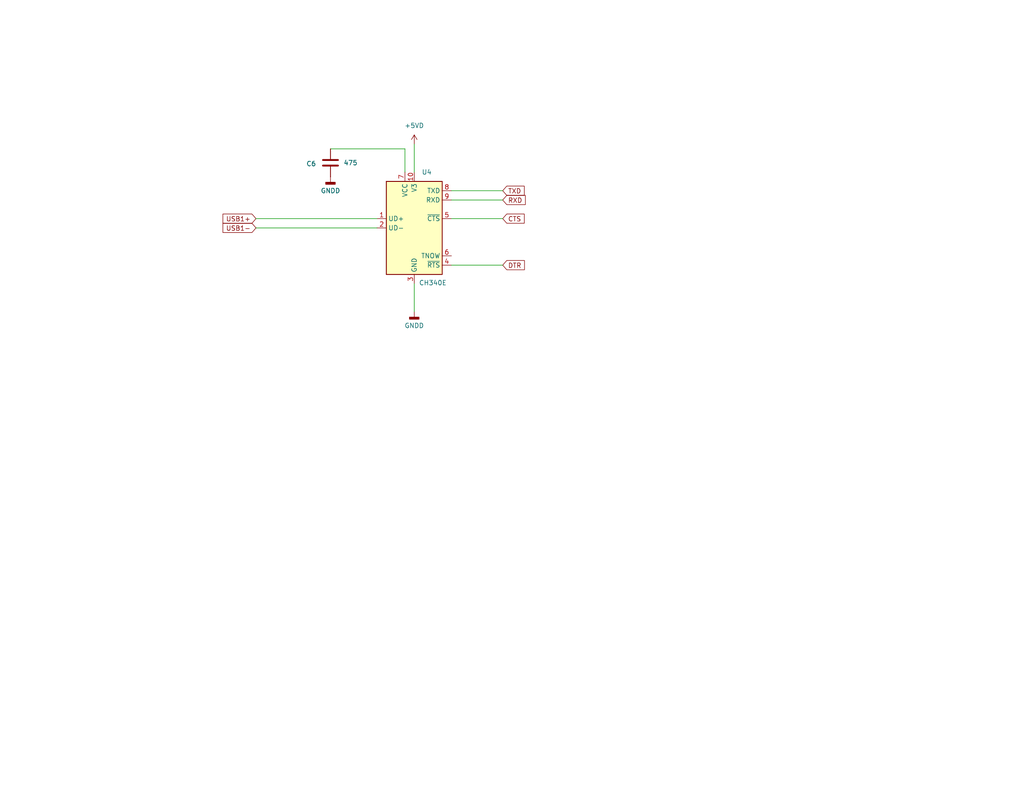
<source format=kicad_sch>
(kicad_sch
	(version 20231120)
	(generator "eeschema")
	(generator_version "8.0")
	(uuid "9099b54d-82b9-4813-adf3-42135558cf10")
	(paper "USLetter")
	(title_block
		(title "Digital Modes - Radio Interface")
		(rev "0.96")
		(company "VA7DBI")
	)
	(lib_symbols
		(symbol "Device:C"
			(pin_numbers hide)
			(pin_names
				(offset 0.254)
			)
			(exclude_from_sim no)
			(in_bom yes)
			(on_board yes)
			(property "Reference" "C"
				(at 0.635 2.54 0)
				(effects
					(font
						(size 1.27 1.27)
					)
					(justify left)
				)
			)
			(property "Value" "C"
				(at 0.635 -2.54 0)
				(effects
					(font
						(size 1.27 1.27)
					)
					(justify left)
				)
			)
			(property "Footprint" ""
				(at 0.9652 -3.81 0)
				(effects
					(font
						(size 1.27 1.27)
					)
					(hide yes)
				)
			)
			(property "Datasheet" "~"
				(at 0 0 0)
				(effects
					(font
						(size 1.27 1.27)
					)
					(hide yes)
				)
			)
			(property "Description" "Unpolarized capacitor"
				(at 0 0 0)
				(effects
					(font
						(size 1.27 1.27)
					)
					(hide yes)
				)
			)
			(property "ki_keywords" "cap capacitor"
				(at 0 0 0)
				(effects
					(font
						(size 1.27 1.27)
					)
					(hide yes)
				)
			)
			(property "ki_fp_filters" "C_*"
				(at 0 0 0)
				(effects
					(font
						(size 1.27 1.27)
					)
					(hide yes)
				)
			)
			(symbol "C_0_1"
				(polyline
					(pts
						(xy -2.032 -0.762) (xy 2.032 -0.762)
					)
					(stroke
						(width 0.508)
						(type default)
					)
					(fill
						(type none)
					)
				)
				(polyline
					(pts
						(xy -2.032 0.762) (xy 2.032 0.762)
					)
					(stroke
						(width 0.508)
						(type default)
					)
					(fill
						(type none)
					)
				)
			)
			(symbol "C_1_1"
				(pin passive line
					(at 0 3.81 270)
					(length 2.794)
					(name "~"
						(effects
							(font
								(size 1.27 1.27)
							)
						)
					)
					(number "1"
						(effects
							(font
								(size 1.27 1.27)
							)
						)
					)
				)
				(pin passive line
					(at 0 -3.81 90)
					(length 2.794)
					(name "~"
						(effects
							(font
								(size 1.27 1.27)
							)
						)
					)
					(number "2"
						(effects
							(font
								(size 1.27 1.27)
							)
						)
					)
				)
			)
		)
		(symbol "Interface_USB:CH340E"
			(exclude_from_sim no)
			(in_bom yes)
			(on_board yes)
			(property "Reference" "U"
				(at -5.08 13.97 0)
				(effects
					(font
						(size 1.27 1.27)
					)
					(justify right)
				)
			)
			(property "Value" "CH340E"
				(at 1.27 13.97 0)
				(effects
					(font
						(size 1.27 1.27)
					)
					(justify left)
				)
			)
			(property "Footprint" "Package_SO:MSOP-10_3x3mm_P0.5mm"
				(at 1.27 -13.97 0)
				(effects
					(font
						(size 1.27 1.27)
					)
					(justify left)
					(hide yes)
				)
			)
			(property "Datasheet" "https://www.mpja.com/download/35227cpdata.pdf"
				(at -8.89 20.32 0)
				(effects
					(font
						(size 1.27 1.27)
					)
					(hide yes)
				)
			)
			(property "Description" "USB serial converter, UART, MSOP-10"
				(at 0 0 0)
				(effects
					(font
						(size 1.27 1.27)
					)
					(hide yes)
				)
			)
			(property "ki_keywords" "USB UART Serial Converter Interface"
				(at 0 0 0)
				(effects
					(font
						(size 1.27 1.27)
					)
					(hide yes)
				)
			)
			(property "ki_fp_filters" "MSOP*3x3mm*P0.5mm*"
				(at 0 0 0)
				(effects
					(font
						(size 1.27 1.27)
					)
					(hide yes)
				)
			)
			(symbol "CH340E_0_1"
				(rectangle
					(start -7.62 12.7)
					(end 7.62 -12.7)
					(stroke
						(width 0.254)
						(type default)
					)
					(fill
						(type background)
					)
				)
			)
			(symbol "CH340E_1_1"
				(pin bidirectional line
					(at -10.16 2.54 0)
					(length 2.54)
					(name "UD+"
						(effects
							(font
								(size 1.27 1.27)
							)
						)
					)
					(number "1"
						(effects
							(font
								(size 1.27 1.27)
							)
						)
					)
				)
				(pin power_out line
					(at 0 15.24 270)
					(length 2.54)
					(name "V3"
						(effects
							(font
								(size 1.27 1.27)
							)
						)
					)
					(number "10"
						(effects
							(font
								(size 1.27 1.27)
							)
						)
					)
				)
				(pin bidirectional line
					(at -10.16 0 0)
					(length 2.54)
					(name "UD-"
						(effects
							(font
								(size 1.27 1.27)
							)
						)
					)
					(number "2"
						(effects
							(font
								(size 1.27 1.27)
							)
						)
					)
				)
				(pin power_in line
					(at 0 -15.24 90)
					(length 2.54)
					(name "GND"
						(effects
							(font
								(size 1.27 1.27)
							)
						)
					)
					(number "3"
						(effects
							(font
								(size 1.27 1.27)
							)
						)
					)
				)
				(pin output line
					(at 10.16 -10.16 180)
					(length 2.54)
					(name "~{RTS}"
						(effects
							(font
								(size 1.27 1.27)
							)
						)
					)
					(number "4"
						(effects
							(font
								(size 1.27 1.27)
							)
						)
					)
				)
				(pin input line
					(at 10.16 2.54 180)
					(length 2.54)
					(name "~{CTS}"
						(effects
							(font
								(size 1.27 1.27)
							)
						)
					)
					(number "5"
						(effects
							(font
								(size 1.27 1.27)
							)
						)
					)
				)
				(pin output line
					(at 10.16 -7.62 180)
					(length 2.54)
					(name "TNOW"
						(effects
							(font
								(size 1.27 1.27)
							)
						)
					)
					(number "6"
						(effects
							(font
								(size 1.27 1.27)
							)
						)
					)
				)
				(pin power_in line
					(at -2.54 15.24 270)
					(length 2.54)
					(name "VCC"
						(effects
							(font
								(size 1.27 1.27)
							)
						)
					)
					(number "7"
						(effects
							(font
								(size 1.27 1.27)
							)
						)
					)
				)
				(pin output line
					(at 10.16 10.16 180)
					(length 2.54)
					(name "TXD"
						(effects
							(font
								(size 1.27 1.27)
							)
						)
					)
					(number "8"
						(effects
							(font
								(size 1.27 1.27)
							)
						)
					)
				)
				(pin input line
					(at 10.16 7.62 180)
					(length 2.54)
					(name "RXD"
						(effects
							(font
								(size 1.27 1.27)
							)
						)
					)
					(number "9"
						(effects
							(font
								(size 1.27 1.27)
							)
						)
					)
				)
			)
		)
		(symbol "power:+5VD"
			(power)
			(pin_numbers hide)
			(pin_names
				(offset 0) hide)
			(exclude_from_sim no)
			(in_bom yes)
			(on_board yes)
			(property "Reference" "#PWR"
				(at 0 -3.81 0)
				(effects
					(font
						(size 1.27 1.27)
					)
					(hide yes)
				)
			)
			(property "Value" "+5VD"
				(at 0 3.556 0)
				(effects
					(font
						(size 1.27 1.27)
					)
				)
			)
			(property "Footprint" ""
				(at 0 0 0)
				(effects
					(font
						(size 1.27 1.27)
					)
					(hide yes)
				)
			)
			(property "Datasheet" ""
				(at 0 0 0)
				(effects
					(font
						(size 1.27 1.27)
					)
					(hide yes)
				)
			)
			(property "Description" "Power symbol creates a global label with name \"+5VD\""
				(at 0 0 0)
				(effects
					(font
						(size 1.27 1.27)
					)
					(hide yes)
				)
			)
			(property "ki_keywords" "global power"
				(at 0 0 0)
				(effects
					(font
						(size 1.27 1.27)
					)
					(hide yes)
				)
			)
			(symbol "+5VD_0_1"
				(polyline
					(pts
						(xy -0.762 1.27) (xy 0 2.54)
					)
					(stroke
						(width 0)
						(type default)
					)
					(fill
						(type none)
					)
				)
				(polyline
					(pts
						(xy 0 0) (xy 0 2.54)
					)
					(stroke
						(width 0)
						(type default)
					)
					(fill
						(type none)
					)
				)
				(polyline
					(pts
						(xy 0 2.54) (xy 0.762 1.27)
					)
					(stroke
						(width 0)
						(type default)
					)
					(fill
						(type none)
					)
				)
			)
			(symbol "+5VD_1_1"
				(pin power_in line
					(at 0 0 90)
					(length 0)
					(name "~"
						(effects
							(font
								(size 1.27 1.27)
							)
						)
					)
					(number "1"
						(effects
							(font
								(size 1.27 1.27)
							)
						)
					)
				)
			)
		)
		(symbol "power:GNDD"
			(power)
			(pin_numbers hide)
			(pin_names
				(offset 0) hide)
			(exclude_from_sim no)
			(in_bom yes)
			(on_board yes)
			(property "Reference" "#PWR"
				(at 0 -6.35 0)
				(effects
					(font
						(size 1.27 1.27)
					)
					(hide yes)
				)
			)
			(property "Value" "GNDD"
				(at 0 -3.175 0)
				(effects
					(font
						(size 1.27 1.27)
					)
				)
			)
			(property "Footprint" ""
				(at 0 0 0)
				(effects
					(font
						(size 1.27 1.27)
					)
					(hide yes)
				)
			)
			(property "Datasheet" ""
				(at 0 0 0)
				(effects
					(font
						(size 1.27 1.27)
					)
					(hide yes)
				)
			)
			(property "Description" "Power symbol creates a global label with name \"GNDD\" , digital ground"
				(at 0 0 0)
				(effects
					(font
						(size 1.27 1.27)
					)
					(hide yes)
				)
			)
			(property "ki_keywords" "global power"
				(at 0 0 0)
				(effects
					(font
						(size 1.27 1.27)
					)
					(hide yes)
				)
			)
			(symbol "GNDD_0_1"
				(rectangle
					(start -1.27 -1.524)
					(end 1.27 -2.032)
					(stroke
						(width 0.254)
						(type default)
					)
					(fill
						(type outline)
					)
				)
				(polyline
					(pts
						(xy 0 0) (xy 0 -1.524)
					)
					(stroke
						(width 0)
						(type default)
					)
					(fill
						(type none)
					)
				)
			)
			(symbol "GNDD_1_1"
				(pin power_in line
					(at 0 0 270)
					(length 0)
					(name "~"
						(effects
							(font
								(size 1.27 1.27)
							)
						)
					)
					(number "1"
						(effects
							(font
								(size 1.27 1.27)
							)
						)
					)
				)
			)
		)
	)
	(wire
		(pts
			(xy 123.19 54.61) (xy 137.16 54.61)
		)
		(stroke
			(width 0)
			(type default)
		)
		(uuid "40b3b6f6-9031-4e34-a057-5023e8e6bd68")
	)
	(wire
		(pts
			(xy 69.85 59.69) (xy 102.87 59.69)
		)
		(stroke
			(width 0)
			(type default)
		)
		(uuid "4ae132dd-fe52-432e-9865-0e500ede7d98")
	)
	(wire
		(pts
			(xy 110.49 40.64) (xy 90.17 40.64)
		)
		(stroke
			(width 0)
			(type default)
		)
		(uuid "6aaebc27-27df-437a-95f2-363bf48333c8")
	)
	(wire
		(pts
			(xy 123.19 59.69) (xy 137.16 59.69)
		)
		(stroke
			(width 0)
			(type default)
		)
		(uuid "705dfce9-4fc4-4967-95eb-66a7f7c4aeaf")
	)
	(wire
		(pts
			(xy 113.03 39.37) (xy 113.03 46.99)
		)
		(stroke
			(width 0)
			(type default)
		)
		(uuid "7768a560-0f54-4291-b38b-f5947865de55")
	)
	(wire
		(pts
			(xy 113.03 77.47) (xy 113.03 85.09)
		)
		(stroke
			(width 0)
			(type default)
		)
		(uuid "8a4ae53d-36c9-4774-93d7-14184632c576")
	)
	(wire
		(pts
			(xy 123.19 52.07) (xy 137.16 52.07)
		)
		(stroke
			(width 0)
			(type default)
		)
		(uuid "ce67d2c7-1e0b-4373-be0c-466e16e05b51")
	)
	(wire
		(pts
			(xy 69.85 62.23) (xy 102.87 62.23)
		)
		(stroke
			(width 0)
			(type default)
		)
		(uuid "d08b47b9-72ad-4410-b7e2-28d7bf20e5c4")
	)
	(wire
		(pts
			(xy 123.19 72.39) (xy 137.16 72.39)
		)
		(stroke
			(width 0)
			(type default)
		)
		(uuid "d3a4671e-56b0-42ce-9063-7cc24f0cf64d")
	)
	(wire
		(pts
			(xy 110.49 46.99) (xy 110.49 40.64)
		)
		(stroke
			(width 0)
			(type default)
		)
		(uuid "f4291b40-c486-49fd-a5e9-863e8f3a567d")
	)
	(global_label "USB1-"
		(shape input)
		(at 69.85 62.23 180)
		(fields_autoplaced yes)
		(effects
			(font
				(size 1.27 1.27)
			)
			(justify right)
		)
		(uuid "3df480b9-41ec-4777-af7f-32491eac9597")
		(property "Intersheetrefs" "${INTERSHEET_REFS}"
			(at 60.2729 62.23 0)
			(effects
				(font
					(size 1.27 1.27)
				)
				(justify right)
				(hide yes)
			)
		)
	)
	(global_label "TXD"
		(shape input)
		(at 137.16 52.07 0)
		(fields_autoplaced yes)
		(effects
			(font
				(size 1.27 1.27)
			)
			(justify left)
		)
		(uuid "43949d8a-0b0e-429f-8908-bf623661c0d3")
		(property "Intersheetrefs" "${INTERSHEET_REFS}"
			(at 143.5923 52.07 0)
			(effects
				(font
					(size 1.27 1.27)
				)
				(justify left)
				(hide yes)
			)
		)
	)
	(global_label "USB1+"
		(shape input)
		(at 69.85 59.69 180)
		(fields_autoplaced yes)
		(effects
			(font
				(size 1.27 1.27)
			)
			(justify right)
		)
		(uuid "4b1ad82a-9c57-4539-ac6e-22e813bb95af")
		(property "Intersheetrefs" "${INTERSHEET_REFS}"
			(at 60.2729 59.69 0)
			(effects
				(font
					(size 1.27 1.27)
				)
				(justify right)
				(hide yes)
			)
		)
	)
	(global_label "CTS"
		(shape input)
		(at 137.16 59.69 0)
		(fields_autoplaced yes)
		(effects
			(font
				(size 1.27 1.27)
			)
			(justify left)
		)
		(uuid "67df889e-bdc4-4f99-8018-29432273735c")
		(property "Intersheetrefs" "${INTERSHEET_REFS}"
			(at 143.5923 59.69 0)
			(effects
				(font
					(size 1.27 1.27)
				)
				(justify left)
				(hide yes)
			)
		)
	)
	(global_label "DTR"
		(shape input)
		(at 137.16 72.39 0)
		(fields_autoplaced yes)
		(effects
			(font
				(size 1.27 1.27)
			)
			(justify left)
		)
		(uuid "87679c68-7dbe-4afd-a504-b5a5474c5c85")
		(property "Intersheetrefs" "${INTERSHEET_REFS}"
			(at 143.6528 72.39 0)
			(effects
				(font
					(size 1.27 1.27)
				)
				(justify left)
				(hide yes)
			)
		)
	)
	(global_label "RXD"
		(shape input)
		(at 137.16 54.61 0)
		(fields_autoplaced yes)
		(effects
			(font
				(size 1.27 1.27)
			)
			(justify left)
		)
		(uuid "c01abb91-7e9d-4c08-9f50-01aa122f6c74")
		(property "Intersheetrefs" "${INTERSHEET_REFS}"
			(at 143.8947 54.61 0)
			(effects
				(font
					(size 1.27 1.27)
				)
				(justify left)
				(hide yes)
			)
		)
	)
	(symbol
		(lib_id "power:+5VD")
		(at 113.03 39.37 0)
		(unit 1)
		(exclude_from_sim no)
		(in_bom yes)
		(on_board yes)
		(dnp no)
		(fields_autoplaced yes)
		(uuid "08511638-dc7a-4bf5-8cc7-734de38aeb60")
		(property "Reference" "#PWR09"
			(at 113.03 43.18 0)
			(effects
				(font
					(size 1.27 1.27)
				)
				(hide yes)
			)
		)
		(property "Value" "+5VD"
			(at 113.03 34.29 0)
			(effects
				(font
					(size 1.27 1.27)
				)
			)
		)
		(property "Footprint" ""
			(at 113.03 39.37 0)
			(effects
				(font
					(size 1.27 1.27)
				)
				(hide yes)
			)
		)
		(property "Datasheet" ""
			(at 113.03 39.37 0)
			(effects
				(font
					(size 1.27 1.27)
				)
				(hide yes)
			)
		)
		(property "Description" "Power symbol creates a global label with name \"+5VD\""
			(at 113.03 39.37 0)
			(effects
				(font
					(size 1.27 1.27)
				)
				(hide yes)
			)
		)
		(pin "1"
			(uuid "308d3b14-1eb3-41fa-810b-49771642845c")
		)
		(instances
			(project "digital-mode-radio-interface"
				(path "/a0d4bcf6-6cac-4e92-853e-9083f008b231/74e4e8e2-a92b-448e-a5b4-a60ebc3dca8a"
					(reference "#PWR09")
					(unit 1)
				)
			)
		)
	)
	(symbol
		(lib_id "Device:C")
		(at 90.17 44.45 0)
		(unit 1)
		(exclude_from_sim no)
		(in_bom yes)
		(on_board yes)
		(dnp no)
		(uuid "48d017a2-ce70-44d7-8b95-dba8c6f43207")
		(property "Reference" "C6"
			(at 83.566 44.704 0)
			(effects
				(font
					(size 1.27 1.27)
				)
				(justify left)
			)
		)
		(property "Value" "475"
			(at 93.726 44.45 0)
			(effects
				(font
					(size 1.27 1.27)
				)
				(justify left)
			)
		)
		(property "Footprint" "Capacitor_SMD:C_0201_0603Metric"
			(at 91.1352 48.26 0)
			(effects
				(font
					(size 1.27 1.27)
				)
				(hide yes)
			)
		)
		(property "Datasheet" "~"
			(at 90.17 44.45 0)
			(effects
				(font
					(size 1.27 1.27)
				)
				(hide yes)
			)
		)
		(property "Description" "Unpolarized capacitor"
			(at 90.17 44.45 0)
			(effects
				(font
					(size 1.27 1.27)
				)
				(hide yes)
			)
		)
		(pin "2"
			(uuid "a32e2f1d-25c2-4eaa-94ec-467312130160")
		)
		(pin "1"
			(uuid "b480d02d-0a17-4362-ad72-a9a483a8c626")
		)
		(instances
			(project "digital-mode-radio-interface"
				(path "/a0d4bcf6-6cac-4e92-853e-9083f008b231/74e4e8e2-a92b-448e-a5b4-a60ebc3dca8a"
					(reference "C6")
					(unit 1)
				)
			)
		)
	)
	(symbol
		(lib_id "Interface_USB:CH340E")
		(at 113.03 62.23 0)
		(unit 1)
		(exclude_from_sim no)
		(in_bom yes)
		(on_board yes)
		(dnp no)
		(uuid "820b050c-110c-494f-838d-43cf38a6eca0")
		(property "Reference" "U4"
			(at 115.062 46.99 0)
			(effects
				(font
					(size 1.27 1.27)
				)
				(justify left)
			)
		)
		(property "Value" "CH340E"
			(at 114.3 77.216 0)
			(effects
				(font
					(size 1.27 1.27)
				)
				(justify left)
			)
		)
		(property "Footprint" "Package_SO:MSOP-10_3x3mm_P0.5mm"
			(at 114.3 76.2 0)
			(effects
				(font
					(size 1.27 1.27)
				)
				(justify left)
				(hide yes)
			)
		)
		(property "Datasheet" "https://www.mpja.com/download/35227cpdata.pdf"
			(at 104.14 41.91 0)
			(effects
				(font
					(size 1.27 1.27)
				)
				(hide yes)
			)
		)
		(property "Description" "USB serial converter, UART, MSOP-10"
			(at 113.03 62.23 0)
			(effects
				(font
					(size 1.27 1.27)
				)
				(hide yes)
			)
		)
		(pin "4"
			(uuid "8864c63b-f59f-465e-a076-bdf18a151b2a")
		)
		(pin "5"
			(uuid "6018aeea-a9f8-488a-9b09-0b85bf3a5424")
		)
		(pin "8"
			(uuid "a4acf9a3-6905-4eb8-8de9-f7eec7e219e3")
		)
		(pin "3"
			(uuid "5c48b5ed-fff6-4325-97a4-bb735f0645d0")
		)
		(pin "7"
			(uuid "8343af29-4c4e-4998-a5cb-60ade3fe8db4")
		)
		(pin "6"
			(uuid "df051f13-9b1c-47d0-8a6f-175085a8f4f1")
		)
		(pin "9"
			(uuid "00cb33c6-8e8e-4755-b0a3-46648d24455d")
		)
		(pin "2"
			(uuid "8b99eefa-efe9-46a5-b464-4d5d4529087a")
		)
		(pin "10"
			(uuid "b32b996e-8500-435d-bdf9-5e5f58c9e699")
		)
		(pin "1"
			(uuid "482517af-c790-4396-94b5-0edff39e674e")
		)
		(instances
			(project "digital-mode-radio-interface"
				(path "/a0d4bcf6-6cac-4e92-853e-9083f008b231/74e4e8e2-a92b-448e-a5b4-a60ebc3dca8a"
					(reference "U4")
					(unit 1)
				)
			)
		)
	)
	(symbol
		(lib_id "power:GNDD")
		(at 90.17 48.26 0)
		(unit 1)
		(exclude_from_sim no)
		(in_bom yes)
		(on_board yes)
		(dnp no)
		(fields_autoplaced yes)
		(uuid "b43f8ed1-033a-40df-aa5e-cac26a00f5ae")
		(property "Reference" "#PWR011"
			(at 90.17 54.61 0)
			(effects
				(font
					(size 1.27 1.27)
				)
				(hide yes)
			)
		)
		(property "Value" "GNDD"
			(at 90.17 52.07 0)
			(effects
				(font
					(size 1.27 1.27)
				)
			)
		)
		(property "Footprint" ""
			(at 90.17 48.26 0)
			(effects
				(font
					(size 1.27 1.27)
				)
				(hide yes)
			)
		)
		(property "Datasheet" ""
			(at 90.17 48.26 0)
			(effects
				(font
					(size 1.27 1.27)
				)
				(hide yes)
			)
		)
		(property "Description" "Power symbol creates a global label with name \"GNDD\" , digital ground"
			(at 90.17 48.26 0)
			(effects
				(font
					(size 1.27 1.27)
				)
				(hide yes)
			)
		)
		(pin "1"
			(uuid "eb68b76c-bffa-464c-88a6-89570f4dee7e")
		)
		(instances
			(project "digital-mode-radio-interface"
				(path "/a0d4bcf6-6cac-4e92-853e-9083f008b231/74e4e8e2-a92b-448e-a5b4-a60ebc3dca8a"
					(reference "#PWR011")
					(unit 1)
				)
			)
		)
	)
	(symbol
		(lib_id "power:GNDD")
		(at 113.03 85.09 0)
		(unit 1)
		(exclude_from_sim no)
		(in_bom yes)
		(on_board yes)
		(dnp no)
		(fields_autoplaced yes)
		(uuid "dd2627db-4a20-4822-b59d-6ee42fa1ec3e")
		(property "Reference" "#PWR010"
			(at 113.03 91.44 0)
			(effects
				(font
					(size 1.27 1.27)
				)
				(hide yes)
			)
		)
		(property "Value" "GNDD"
			(at 113.03 88.9 0)
			(effects
				(font
					(size 1.27 1.27)
				)
			)
		)
		(property "Footprint" ""
			(at 113.03 85.09 0)
			(effects
				(font
					(size 1.27 1.27)
				)
				(hide yes)
			)
		)
		(property "Datasheet" ""
			(at 113.03 85.09 0)
			(effects
				(font
					(size 1.27 1.27)
				)
				(hide yes)
			)
		)
		(property "Description" "Power symbol creates a global label with name \"GNDD\" , digital ground"
			(at 113.03 85.09 0)
			(effects
				(font
					(size 1.27 1.27)
				)
				(hide yes)
			)
		)
		(pin "1"
			(uuid "a6066014-81b8-4fa6-b8df-362f12b0d280")
		)
		(instances
			(project "digital-mode-radio-interface"
				(path "/a0d4bcf6-6cac-4e92-853e-9083f008b231/74e4e8e2-a92b-448e-a5b4-a60ebc3dca8a"
					(reference "#PWR010")
					(unit 1)
				)
			)
		)
	)
)

</source>
